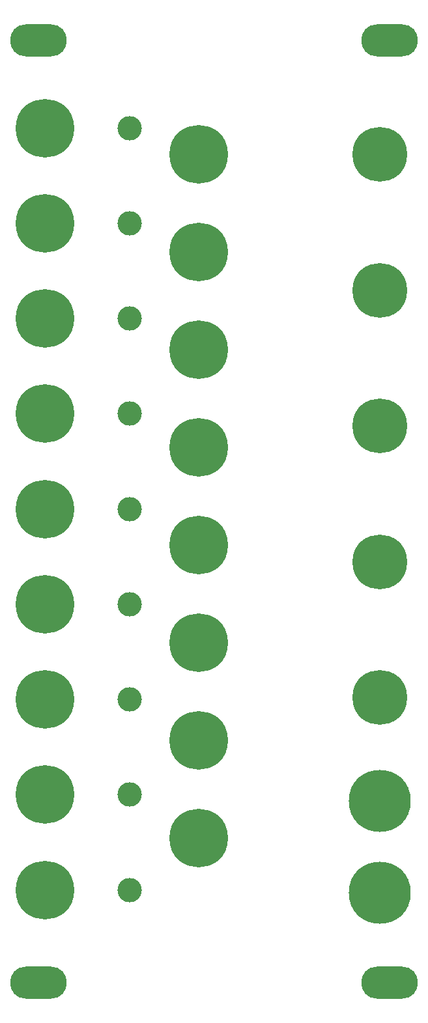
<source format=gtl>
G04 #@! TF.GenerationSoftware,KiCad,Pcbnew,(5.99.0-12261-ga2c28b18a8)*
G04 #@! TF.CreationDate,2021-10-12T13:18:41-07:00*
G04 #@! TF.ProjectId,SCMv3-faceplate-p2,53434d76-332d-4666-9163-65706c617465,rev?*
G04 #@! TF.SameCoordinates,Original*
G04 #@! TF.FileFunction,Copper,L1,Top*
G04 #@! TF.FilePolarity,Positive*
%FSLAX46Y46*%
G04 Gerber Fmt 4.6, Leading zero omitted, Abs format (unit mm)*
G04 Created by KiCad (PCBNEW (5.99.0-12261-ga2c28b18a8)) date 2021-10-12 13:18:41*
%MOMM*%
%LPD*%
G01*
G04 APERTURE LIST*
G04 #@! TA.AperFunction,ComponentPad*
%ADD10C,3.175000*%
G04 #@! TD*
G04 #@! TA.AperFunction,ComponentPad*
%ADD11C,7.620000*%
G04 #@! TD*
G04 #@! TA.AperFunction,ComponentPad*
%ADD12C,7.112000*%
G04 #@! TD*
G04 #@! TA.AperFunction,ComponentPad*
%ADD13C,8.051800*%
G04 #@! TD*
G04 #@! TA.AperFunction,ComponentPad*
%ADD14O,7.366000X4.191000*%
G04 #@! TD*
G04 APERTURE END LIST*
D10*
X18356580Y-104648000D03*
D11*
X27381200Y-21729700D03*
X7366000Y-55118000D03*
D10*
X18356580Y-79883000D03*
X18356580Y-55118000D03*
X18356580Y-17970500D03*
D11*
X7366000Y-79883000D03*
D10*
X18356580Y-67500500D03*
X18356580Y-30353000D03*
D12*
X50876200Y-9029700D03*
D10*
X18356580Y-5588000D03*
D12*
X50876200Y-61988700D03*
D10*
X18356580Y-42735500D03*
D11*
X27381200Y-85229700D03*
X27381200Y-47129700D03*
X7366000Y-67500500D03*
X7366000Y-92265500D03*
X27381200Y-59829700D03*
X7366000Y-5588000D03*
D13*
X50876200Y-104990900D03*
D11*
X27381200Y-97929700D03*
X27381200Y-72529700D03*
X7366000Y-104648000D03*
D12*
X50876200Y-79641700D03*
X50876200Y-26682700D03*
D11*
X7366000Y-42735500D03*
X7366000Y-30353000D03*
D10*
X18356580Y-92265500D03*
D12*
X50876200Y-44335700D03*
D11*
X27381200Y-34429700D03*
X27381200Y-9029700D03*
D13*
X50876200Y-93052900D03*
D11*
X7366000Y-17970500D03*
D14*
X52144000Y-116688300D03*
X6529999Y-116688300D03*
X52144000Y5817300D03*
X6529999Y5817300D03*
M02*

</source>
